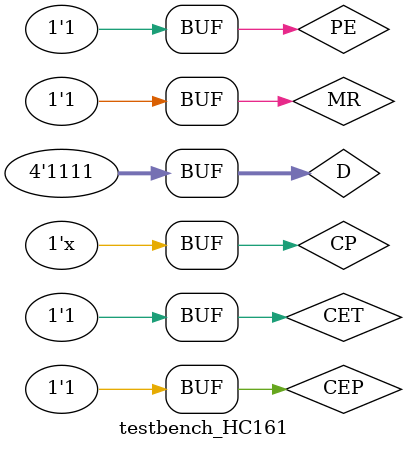
<source format=v>
`timescale 1ns/1ns
module testbench_HC161;
	reg MR, CP, CEP, CET, PE;
	reg [3:0] D;
	wire TC;
	wire [3:0] Q;
	
	HC_161 test_HC_161(Q, TC, MR, CP, CEP, CET, PE, D);
	
	always #10 CP = ~CP;

	initial
		begin
			MR = 0; CP = 0; 
			#20 MR = 1; PE = 0; D = 4'b0000;
			#20 D = 4'b1111;
			#20 CEP = 1; CET = 1; PE = 1;
		end
		
endmodule
</source>
